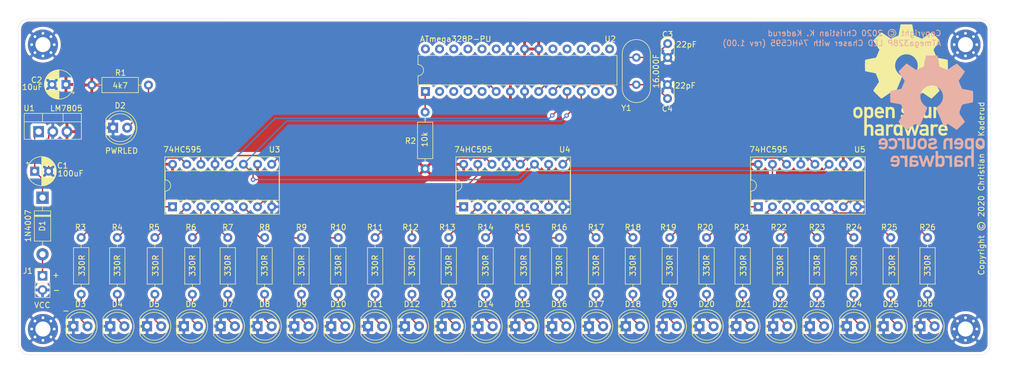
<source format=kicad_pcb>
(kicad_pcb (version 20171130) (host pcbnew 5.1.6-c6e7f7d~87~ubuntu20.04.1)
  (title_block (title "ATmega328P LED chaser with 74HC595") (date 2020-07-14) (rev 1.0) (company "CKLabs"))
  (layers (0 F.Cu signal) (31 B.Cu signal) (34 B.Paste user hide) (35 F.Paste user hide) (36 B.SilkS user) (37 F.SilkS user) (38 B.Mask user) (39 F.Mask user) (44 Edge.Cuts user))
  (net 0 "")
  (net 1 "Net-(C1-Pad1)")
  (net 2 GND)
  (net 3 +5V)
  (net 4 XTAL1)
  (net 5 XTAL2)
  (net 6 VCC)
  (net 7 "Net-(D3-Pad2)")
  (net 8 "Net-(D4-Pad2)")
  (net 9 "Net-(D5-Pad2)")
  (net 10 "Net-(D6-Pad2)")
  (net 11 "Net-(D7-Pad2)")
  (net 12 "Net-(D8-Pad2)")
  (net 13 "Net-(D9-Pad2)")
  (net 14 "Net-(D10-Pad2)")
  (net 15 "Net-(D11-Pad2)")
  (net 16 "Net-(D12-Pad2)")
  (net 17 "Net-(D13-Pad2)")
  (net 18 "Net-(D14-Pad2)")
  (net 19 "Net-(D15-Pad2)")
  (net 20 "Net-(D16-Pad2)")
  (net 21 "Net-(D17-Pad2)")
  (net 22 "Net-(D18-Pad2)")
  (net 23 "Net-(D19-Pad2)")
  (net 24 "Net-(D20-Pad2)")
  (net 25 "Net-(D21-Pad2)")
  (net 26 "Net-(D22-Pad2)")
  (net 27 "Net-(D23-Pad2)")
  (net 28 "Net-(D24-Pad2)")
  (net 29 "Net-(D25-Pad2)")
  (net 30 "Net-(D26-Pad2)")
  (net 31 LED01)
  (net 32 LED02)
  (net 33 LED03)
  (net 34 LED04)
  (net 35 LED05)
  (net 36 LED06)
  (net 37 LED07)
  (net 38 LED08)
  (net 39 LED09)
  (net 40 LED10)
  (net 41 LED11)
  (net 42 LED12)
  (net 43 LED13)
  (net 44 LED14)
  (net 45 LED15)
  (net 46 LED16)
  (net 47 LED17)
  (net 48 LED18)
  (net 49 LED19)
  (net 50 LED20)
  (net 51 LED21)
  (net 52 LED22)
  (net 53 LED23)
  (net 54 LED24)
  (net 55 "Net-(U2-Pad2)")
  (net 56 "Net-(U2-Pad3)")
  (net 57 "Net-(U2-Pad4)")
  (net 58 SER)
  (net 59 RCLK)
  (net 60 SRCLK)
  (net 61 "Net-(U2-Pad13)")
  (net 62 "Net-(U2-Pad27)")
  (net 63 "Net-(U2-Pad28)")
  (net 64 SEROUT1)
  (net 65 SEROUT2)
  (net 66 "Net-(U5-Pad9)")
  (net 67 "Net-(D2-Pad2)")
  (net 68 /RESET)
  (net 69 "Net-(U2-Pad15)")
  (net 70 "Net-(U2-Pad16)")
  (net 71 "Net-(U2-Pad17)")
  (net 72 "Net-(U2-Pad18)")
  (net 73 "Net-(U2-Pad5)")
  (net 74 "Net-(U2-Pad19)")
  (net 75 "Net-(U2-Pad23)")
  (net 76 "Net-(U2-Pad24)")
  (net 77 "Net-(U2-Pad25)")
  (net 78 "Net-(U2-Pad26)")
  (net 79 "Net-(U2-Pad14)")
  (module Symbol:OSHW-Logo_19x20mm_SilkScreen (layer B.Cu) (at 225.806 86.614 180)
    (fp_text reference REF** hide)
    (fp_text value OSHW-Logo_19x20mm_SilkScreen hide)
  )
  (module Symbol:OSHW-Logo_19x20mm_SilkScreen (layer F.Cu) (at 221.234 81.026)
    (fp_text reference REF** hide)
    (fp_text value OSHW-Logo_19x20mm_SilkScreen hide)
  )
  (module LED_THT:LED_D5.0mm (layer F.Cu) (at 184.15 125.182)
    (fp_text reference D20 (at 1.27 -3.96) (layer F.SilkS))
    (fp_text value LED)
    (pad 1 thru_hole rect (at 0 0) (size 1.8 1.8) (drill 0.9) (layers *.Cu *.Mask) (net 2 GND))
    (pad 2 thru_hole circle (at 2.54 0) (size 1.8 1.8) (drill 0.9) (layers *.Cu *.Mask) (net 24 "Net-(D20-Pad2)"))
  )
  (module Package_DIP:DIP-28_W7.62mm (layer F.Cu) (at 135.00354 83.0834 90)
    (fp_text reference U2 (at 9.4014 33.14446 180) (layer F.SilkS))
    (fp_text value ATmega328P-PU)
    (pad 1 thru_hole rect (at 0 0 90) (size 1.6 1.6) (drill 0.8) (layers *.Cu *.Mask) (net 68 /RESET))
    (pad 15 thru_hole oval (at 7.62 33.02 90) (size 1.6 1.6) (drill 0.8) (layers *.Cu *.Mask) (net 69 "Net-(U2-Pad15)"))
    (pad 2 thru_hole oval (at 0 2.54 90) (size 1.6 1.6) (drill 0.8) (layers *.Cu *.Mask) (net 55 "Net-(U2-Pad2)"))
    (pad 16 thru_hole oval (at 7.62 30.48 90) (size 1.6 1.6) (drill 0.8) (layers *.Cu *.Mask) (net 70 "Net-(U2-Pad16)"))
    (pad 3 thru_hole oval (at 0 5.08 90) (size 1.6 1.6) (drill 0.8) (layers *.Cu *.Mask) (net 56 "Net-(U2-Pad3)"))
    (pad 17 thru_hole oval (at 7.62 27.94 90) (size 1.6 1.6) (drill 0.8) (layers *.Cu *.Mask) (net 71 "Net-(U2-Pad17)"))
    (pad 4 thru_hole oval (at 0 7.62 90) (size 1.6 1.6) (drill 0.8) (layers *.Cu *.Mask) (net 57 "Net-(U2-Pad4)"))
    (pad 18 thru_hole oval (at 7.62 25.4 90) (size 1.6 1.6) (drill 0.8) (layers *.Cu *.Mask) (net 72 "Net-(U2-Pad18)"))
    (pad 5 thru_hole oval (at 0 10.16 90) (size 1.6 1.6) (drill 0.8) (layers *.Cu *.Mask) (net 73 "Net-(U2-Pad5)"))
    (pad 19 thru_hole oval (at 7.62 22.86 90) (size 1.6 1.6) (drill 0.8) (layers *.Cu *.Mask) (net 74 "Net-(U2-Pad19)"))
    (pad 6 thru_hole oval (at 0 12.7 90) (size 1.6 1.6) (drill 0.8) (layers *.Cu *.Mask) (net 58 SER))
    (pad 20 thru_hole oval (at 7.62 20.32 90) (size 1.6 1.6) (drill 0.8) (layers *.Cu *.Mask) (net 3 +5V))
    (pad 7 thru_hole oval (at 0 15.24 90) (size 1.6 1.6) (drill 0.8) (layers *.Cu *.Mask) (net 3 +5V))
    (pad 21 thru_hole oval (at 7.62 17.78 90) (size 1.6 1.6) (drill 0.8) (layers *.Cu *.Mask) (net 3 +5V))
    (pad 8 thru_hole oval (at 0 17.78 90) (size 1.6 1.6) (drill 0.8) (layers *.Cu *.Mask) (net 2 GND))
    (pad 22 thru_hole oval (at 7.62 15.24 90) (size 1.6 1.6) (drill 0.8) (layers *.Cu *.Mask) (net 2 GND))
    (pad 9 thru_hole oval (at 0 20.32 90) (size 1.6 1.6) (drill 0.8) (layers *.Cu *.Mask) (net 4 XTAL1))
    (pad 23 thru_hole oval (at 7.62 12.7 90) (size 1.6 1.6) (drill 0.8) (layers *.Cu *.Mask) (net 75 "Net-(U2-Pad23)"))
    (pad 10 thru_hole oval (at 0 22.86 90) (size 1.6 1.6) (drill 0.8) (layers *.Cu *.Mask) (net 5 XTAL2))
    (pad 24 thru_hole oval (at 7.62 10.16 90) (size 1.6 1.6) (drill 0.8) (layers *.Cu *.Mask) (net 76 "Net-(U2-Pad24)"))
    (pad 11 thru_hole oval (at 0 25.4 90) (size 1.6 1.6) (drill 0.8) (layers *.Cu *.Mask) (net 59 RCLK))
    (pad 25 thru_hole oval (at 7.62 7.62 90) (size 1.6 1.6) (drill 0.8) (layers *.Cu *.Mask) (net 77 "Net-(U2-Pad25)"))
    (pad 12 thru_hole oval (at 0 27.94 90) (size 1.6 1.6) (drill 0.8) (layers *.Cu *.Mask) (net 60 SRCLK))
    (pad 26 thru_hole oval (at 7.62 5.08 90) (size 1.6 1.6) (drill 0.8) (layers *.Cu *.Mask) (net 78 "Net-(U2-Pad26)"))
    (pad 13 thru_hole oval (at 0 30.48 90) (size 1.6 1.6) (drill 0.8) (layers *.Cu *.Mask) (net 61 "Net-(U2-Pad13)"))
    (pad 27 thru_hole oval (at 7.62 2.54 90) (size 1.6 1.6) (drill 0.8) (layers *.Cu *.Mask) (net 62 "Net-(U2-Pad27)"))
    (pad 14 thru_hole oval (at 0 33.02 90) (size 1.6 1.6) (drill 0.8) (layers *.Cu *.Mask) (net 79 "Net-(U2-Pad14)"))
    (pad 28 thru_hole oval (at 7.62 0 90) (size 1.6 1.6) (drill 0.8) (layers *.Cu *.Mask) (net 63 "Net-(U2-Pad28)"))
  )
  (module Resistor_THT:R_Axial_DIN0207_L6.3mm_D2.5mm_P10.16mm_Horizontal (layer F.Cu) (at 178.816 109.282 270)
    (fp_text reference R19 (at -1.84 0.254 180) (layer F.SilkS))
    (fp_text value 330R)
    (pad 1 thru_hole circle (at 0 0 270) (size 1.6 1.6) (drill 0.8) (layers *.Cu *.Mask) (net 47 LED17))
    (pad 2 thru_hole oval (at 10.16 0 270) (size 1.6 1.6) (drill 0.8) (layers *.Cu *.Mask) (net 23 "Net-(D19-Pad2)"))
  )
  (module Resistor_THT:R_Axial_DIN0207_L6.3mm_D2.5mm_P10.16mm_Horizontal (layer F.Cu) (at 99.568 109.282 270)
    (fp_text reference R7 (at -1.84 0 180) (layer F.SilkS))
    (fp_text value 330R)
    (pad 1 thru_hole circle (at 0 0 270) (size 1.6 1.6) (drill 0.8) (layers *.Cu *.Mask) (net 35 LED05))
    (pad 2 thru_hole oval (at 10.16 0 270) (size 1.6 1.6) (drill 0.8) (layers *.Cu *.Mask) (net 11 "Net-(D7-Pad2)"))
  )
  (module Capacitor_THT:C_Disc_D3.4mm_W2.1mm_P2.50mm (layer F.Cu) (at 178.446 77.007 90)
    (fp_text reference C3 (at 4.15 -0.025 180) (layer F.SilkS))
    (fp_text value 22pF)
    (pad 2 thru_hole circle (at 2.5 0 90) (size 1.6 1.6) (drill 0.8) (layers *.Cu *.Mask) (net 4 XTAL1))
    (pad 1 thru_hole circle (at 0 0 90) (size 1.6 1.6) (drill 0.8) (layers *.Cu *.Mask) (net 2 GND))
  )
  (module Capacitor_THT:CP_Radial_D5.0mm_P2.50mm (layer F.Cu) (at 64.946 97.382)
    (fp_text reference C1 (at 5 -1) (layer F.SilkS))
    (fp_text value 100uF)
    (pad 1 thru_hole rect (at 0 0) (size 1.6 1.6) (drill 0.8) (layers *.Cu *.Mask) (net 1 "Net-(C1-Pad1)"))
    (pad 2 thru_hole circle (at 2.5 0) (size 1.6 1.6) (drill 0.8) (layers *.Cu *.Mask) (net 2 GND))
  )
  (module Capacitor_THT:CP_Radial_D5.0mm_P2.50mm (layer F.Cu) (at 70.546 81.832 180)
    (fp_text reference C2 (at 5.268 0.806) (layer F.SilkS))
    (fp_text value 10uF)
    (pad 2 thru_hole circle (at 2.5 0 180) (size 1.6 1.6) (drill 0.8) (layers *.Cu *.Mask) (net 2 GND))
    (pad 1 thru_hole rect (at 0 0 180) (size 1.6 1.6) (drill 0.8) (layers *.Cu *.Mask) (net 3 +5V))
  )
  (module Capacitor_THT:C_Disc_D3.4mm_W2.1mm_P2.50mm (layer F.Cu) (at 178.421 84.357 90)
    (fp_text reference C4 (at -1.825 -0.05 180) (layer F.SilkS))
    (fp_text value 22pF)
    (pad 1 thru_hole circle (at 0 0 90) (size 1.6 1.6) (drill 0.8) (layers *.Cu *.Mask) (net 5 XTAL2))
    (pad 2 thru_hole circle (at 2.5 0 90) (size 1.6 1.6) (drill 0.8) (layers *.Cu *.Mask) (net 2 GND))
  )
  (module Diode_THT:D_DO-41_SOD81_P10.16mm_Horizontal (layer F.Cu) (at 66.346 102.122 270)
    (fp_text reference D1 (at 5.08 0.052 90) (layer F.SilkS))
    (fp_text value 1N4007)
    (pad 1 thru_hole rect (at 0 0 270) (size 2.2 2.2) (drill 1.1) (layers *.Cu *.Mask) (net 1 "Net-(C1-Pad1)"))
    (pad 2 thru_hole oval (at 10.16 0 270) (size 2.2 2.2) (drill 1.1) (layers *.Cu *.Mask) (net 6 VCC))
  )
  (module LED_THT:LED_D5.0mm (layer F.Cu) (at 71.882 125.182)
    (fp_text reference D3 (at 1.27 -3.96) (layer F.SilkS))
    (fp_text value LED)
    (pad 1 thru_hole rect (at 0 0) (size 1.8 1.8) (drill 0.9) (layers *.Cu *.Mask) (net 2 GND))
    (pad 2 thru_hole circle (at 2.54 0) (size 1.8 1.8) (drill 0.9) (layers *.Cu *.Mask) (net 7 "Net-(D3-Pad2)"))
  )
  (module LED_THT:LED_D5.0mm (layer F.Cu) (at 78.486 125.182)
    (fp_text reference D4 (at 1.27 -3.96) (layer F.SilkS))
    (fp_text value LED)
    (pad 1 thru_hole rect (at 0 0) (size 1.8 1.8) (drill 0.9) (layers *.Cu *.Mask) (net 2 GND))
    (pad 2 thru_hole circle (at 2.54 0) (size 1.8 1.8) (drill 0.9) (layers *.Cu *.Mask) (net 8 "Net-(D4-Pad2)"))
  )
  (module LED_THT:LED_D5.0mm (layer F.Cu) (at 85.09 125.182)
    (fp_text reference D5 (at 1.27 -3.96) (layer F.SilkS))
    (fp_text value LED)
    (pad 2 thru_hole circle (at 2.54 0) (size 1.8 1.8) (drill 0.9) (layers *.Cu *.Mask) (net 9 "Net-(D5-Pad2)"))
    (pad 1 thru_hole rect (at 0 0) (size 1.8 1.8) (drill 0.9) (layers *.Cu *.Mask) (net 2 GND))
  )
  (module LED_THT:LED_D5.0mm (layer F.Cu) (at 91.694 125.182)
    (fp_text reference D6 (at 1.27 -3.96) (layer F.SilkS))
    (fp_text value LED)
    (pad 1 thru_hole rect (at 0 0) (size 1.8 1.8) (drill 0.9) (layers *.Cu *.Mask) (net 2 GND))
    (pad 2 thru_hole circle (at 2.54 0) (size 1.8 1.8) (drill 0.9) (layers *.Cu *.Mask) (net 10 "Net-(D6-Pad2)"))
  )
  (module LED_THT:LED_D5.0mm (layer F.Cu) (at 98.298 125.182)
    (fp_text reference D7 (at 1.27 -3.96) (layer F.SilkS))
    (fp_text value LED)
    (pad 2 thru_hole circle (at 2.54 0) (size 1.8 1.8) (drill 0.9) (layers *.Cu *.Mask) (net 11 "Net-(D7-Pad2)"))
    (pad 1 thru_hole rect (at 0 0) (size 1.8 1.8) (drill 0.9) (layers *.Cu *.Mask) (net 2 GND))
  )
  (module LED_THT:LED_D5.0mm (layer F.Cu) (at 104.902 125.182)
    (fp_text reference D8 (at 1.27 -3.96) (layer F.SilkS))
    (fp_text value LED)
    (pad 1 thru_hole rect (at 0 0) (size 1.8 1.8) (drill 0.9) (layers *.Cu *.Mask) (net 2 GND))
    (pad 2 thru_hole circle (at 2.54 0) (size 1.8 1.8) (drill 0.9) (layers *.Cu *.Mask) (net 12 "Net-(D8-Pad2)"))
  )
  (module LED_THT:LED_D5.0mm (layer F.Cu) (at 111.506 125.182)
    (fp_text reference D9 (at 1.27 -3.96) (layer F.SilkS))
    (fp_text value LED)
    (pad 2 thru_hole circle (at 2.54 0) (size 1.8 1.8) (drill 0.9) (layers *.Cu *.Mask) (net 13 "Net-(D9-Pad2)"))
    (pad 1 thru_hole rect (at 0 0) (size 1.8 1.8) (drill 0.9) (layers *.Cu *.Mask) (net 2 GND))
  )
  (module LED_THT:LED_D5.0mm (layer F.Cu) (at 118.11 125.182)
    (fp_text reference D10 (at 1.27 -3.96) (layer F.SilkS))
    (fp_text value LED)
    (pad 1 thru_hole rect (at 0 0) (size 1.8 1.8) (drill 0.9) (layers *.Cu *.Mask) (net 2 GND))
    (pad 2 thru_hole circle (at 2.54 0) (size 1.8 1.8) (drill 0.9) (layers *.Cu *.Mask) (net 14 "Net-(D10-Pad2)"))
  )
  (module LED_THT:LED_D5.0mm (layer F.Cu) (at 124.714 125.182)
    (fp_text reference D11 (at 1.27 -3.96) (layer F.SilkS))
    (fp_text value LED)
    (pad 2 thru_hole circle (at 2.54 0) (size 1.8 1.8) (drill 0.9) (layers *.Cu *.Mask) (net 15 "Net-(D11-Pad2)"))
    (pad 1 thru_hole rect (at 0 0) (size 1.8 1.8) (drill 0.9) (layers *.Cu *.Mask) (net 2 GND))
  )
  (module LED_THT:LED_D5.0mm (layer F.Cu) (at 131.318 125.182)
    (fp_text reference D12 (at 1.27 -3.96) (layer F.SilkS))
    (fp_text value LED)
    (pad 1 thru_hole rect (at 0 0) (size 1.8 1.8) (drill 0.9) (layers *.Cu *.Mask) (net 2 GND))
    (pad 2 thru_hole circle (at 2.54 0) (size 1.8 1.8) (drill 0.9) (layers *.Cu *.Mask) (net 16 "Net-(D12-Pad2)"))
  )
  (module LED_THT:LED_D5.0mm (layer F.Cu) (at 137.922 125.182)
    (fp_text reference D13 (at 1.27 -3.96) (layer F.SilkS))
    (fp_text value LED)
    (pad 2 thru_hole circle (at 2.54 0) (size 1.8 1.8) (drill 0.9) (layers *.Cu *.Mask) (net 17 "Net-(D13-Pad2)"))
    (pad 1 thru_hole rect (at 0 0) (size 1.8 1.8) (drill 0.9) (layers *.Cu *.Mask) (net 2 GND))
  )
  (module LED_THT:LED_D5.0mm (layer F.Cu) (at 144.526 125.182)
    (fp_text reference D14 (at 1.27 -3.96) (layer F.SilkS))
    (fp_text value LED)
    (pad 1 thru_hole rect (at 0 0) (size 1.8 1.8) (drill 0.9) (layers *.Cu *.Mask) (net 2 GND))
    (pad 2 thru_hole circle (at 2.54 0) (size 1.8 1.8) (drill 0.9) (layers *.Cu *.Mask) (net 18 "Net-(D14-Pad2)"))
  )
  (module LED_THT:LED_D5.0mm (layer F.Cu) (at 151.13 125.182)
    (fp_text reference D15 (at 1.27 -3.96) (layer F.SilkS))
    (fp_text value LED)
    (pad 1 thru_hole rect (at 0 0) (size 1.8 1.8) (drill 0.9) (layers *.Cu *.Mask) (net 2 GND))
    (pad 2 thru_hole circle (at 2.54 0) (size 1.8 1.8) (drill 0.9) (layers *.Cu *.Mask) (net 19 "Net-(D15-Pad2)"))
  )
  (module LED_THT:LED_D5.0mm (layer F.Cu) (at 157.734 125.182)
    (fp_text reference D16 (at 1.27 -3.96) (layer F.SilkS))
    (fp_text value LED)
    (pad 2 thru_hole circle (at 2.54 0) (size 1.8 1.8) (drill 0.9) (layers *.Cu *.Mask) (net 20 "Net-(D16-Pad2)"))
    (pad 1 thru_hole rect (at 0 0) (size 1.8 1.8) (drill 0.9) (layers *.Cu *.Mask) (net 2 GND))
  )
  (module LED_THT:LED_D5.0mm (layer F.Cu) (at 164.338 125.182)
    (fp_text reference D17 (at 1.27 -3.96) (layer F.SilkS))
    (fp_text value LED)
    (pad 2 thru_hole circle (at 2.54 0) (size 1.8 1.8) (drill 0.9) (layers *.Cu *.Mask) (net 21 "Net-(D17-Pad2)"))
    (pad 1 thru_hole rect (at 0 0) (size 1.8 1.8) (drill 0.9) (layers *.Cu *.Mask) (net 2 GND))
  )
  (module LED_THT:LED_D5.0mm (layer F.Cu) (at 170.942 125.182)
    (fp_text reference D18 (at 1.27 -3.96) (layer F.SilkS))
    (fp_text value LED)
    (pad 1 thru_hole rect (at 0 0) (size 1.8 1.8) (drill 0.9) (layers *.Cu *.Mask) (net 2 GND))
    (pad 2 thru_hole circle (at 2.54 0) (size 1.8 1.8) (drill 0.9) (layers *.Cu *.Mask) (net 22 "Net-(D18-Pad2)"))
  )
  (module LED_THT:LED_D5.0mm (layer F.Cu) (at 177.546 125.182)
    (fp_text reference D19 (at 1.27 -3.96) (layer F.SilkS))
    (fp_text value LED)
    (pad 2 thru_hole circle (at 2.54 0) (size 1.8 1.8) (drill 0.9) (layers *.Cu *.Mask) (net 23 "Net-(D19-Pad2)"))
    (pad 1 thru_hole rect (at 0 0) (size 1.8 1.8) (drill 0.9) (layers *.Cu *.Mask) (net 2 GND))
  )
  (module LED_THT:LED_D5.0mm (layer F.Cu) (at 190.754 125.182)
    (fp_text reference D21 (at 1.27 -3.96) (layer F.SilkS))
    (fp_text value LED)
    (pad 2 thru_hole circle (at 2.54 0) (size 1.8 1.8) (drill 0.9) (layers *.Cu *.Mask) (net 25 "Net-(D21-Pad2)"))
    (pad 1 thru_hole rect (at 0 0) (size 1.8 1.8) (drill 0.9) (layers *.Cu *.Mask) (net 2 GND))
  )
  (module LED_THT:LED_D5.0mm (layer F.Cu) (at 197.358 125.182)
    (fp_text reference D22 (at 1.27 -3.96) (layer F.SilkS))
    (fp_text value LED)
    (pad 1 thru_hole rect (at 0 0) (size 1.8 1.8) (drill 0.9) (layers *.Cu *.Mask) (net 2 GND))
    (pad 2 thru_hole circle (at 2.54 0) (size 1.8 1.8) (drill 0.9) (layers *.Cu *.Mask) (net 26 "Net-(D22-Pad2)"))
  )
  (module LED_THT:LED_D5.0mm (layer F.Cu) (at 203.962 125.182)
    (fp_text reference D23 (at 1.27 -3.96) (layer F.SilkS))
    (fp_text value LED)
    (pad 1 thru_hole rect (at 0 0) (size 1.8 1.8) (drill 0.9) (layers *.Cu *.Mask) (net 2 GND))
    (pad 2 thru_hole circle (at 2.54 0) (size 1.8 1.8) (drill 0.9) (layers *.Cu *.Mask) (net 27 "Net-(D23-Pad2)"))
  )
  (module LED_THT:LED_D5.0mm (layer F.Cu) (at 210.566 125.182)
    (fp_text reference D24 (at 1.27 -3.96) (layer F.SilkS))
    (fp_text value LED)
    (pad 1 thru_hole rect (at 0 0) (size 1.8 1.8) (drill 0.9) (layers *.Cu *.Mask) (net 2 GND))
    (pad 2 thru_hole circle (at 2.54 0) (size 1.8 1.8) (drill 0.9) (layers *.Cu *.Mask) (net 28 "Net-(D24-Pad2)"))
  )
  (module LED_THT:LED_D5.0mm (layer F.Cu) (at 217.17 125.182)
    (fp_text reference D25 (at 1.27 -3.96) (layer F.SilkS))
    (fp_text value LED)
    (pad 2 thru_hole circle (at 2.54 0) (size 1.8 1.8) (drill 0.9) (layers *.Cu *.Mask) (net 29 "Net-(D25-Pad2)"))
    (pad 1 thru_hole rect (at 0 0) (size 1.8 1.8) (drill 0.9) (layers *.Cu *.Mask) (net 2 GND))
  )
  (module LED_THT:LED_D5.0mm (layer F.Cu) (at 223.774 125.182)
    (fp_text reference D26 (at 0.812 -4.03) (layer F.SilkS))
    (fp_text value LED)
    (pad 2 thru_hole circle (at 2.54 0) (size 1.8 1.8) (drill 0.9) (layers *.Cu *.Mask) (net 30 "Net-(D26-Pad2)"))
    (pad 1 thru_hole rect (at 0 0) (size 1.8 1.8) (drill 0.9) (layers *.Cu *.Mask) (net 2 GND))
  )
  (module MountingHole:MountingHole_2.7mm_M2.5_Pad_Via (layer F.Cu) (at 66.421 74.682)
    (fp_text reference H1)
    (fp_text value MountingHole_Pad)
    (pad 1 thru_hole circle (at 1.431891 -1.431891) (size 0.8 0.8) (drill 0.5) (layers *.Cu *.Mask) (net 2 GND))
    (pad 1 thru_hole circle (at 0 -2.025) (size 0.8 0.8) (drill 0.5) (layers *.Cu *.Mask) (net 2 GND))
    (pad 1 thru_hole circle (at -1.431891 -1.431891) (size 0.8 0.8) (drill 0.5) (layers *.Cu *.Mask) (net 2 GND))
    (pad 1 thru_hole circle (at -2.025 0) (size 0.8 0.8) (drill 0.5) (layers *.Cu *.Mask) (net 2 GND))
    (pad 1 thru_hole circle (at -1.431891 1.431891) (size 0.8 0.8) (drill 0.5) (layers *.Cu *.Mask) (net 2 GND))
    (pad 1 thru_hole circle (at 0 2.025) (size 0.8 0.8) (drill 0.5) (layers *.Cu *.Mask) (net 2 GND))
    (pad 1 thru_hole circle (at 1.431891 1.431891) (size 0.8 0.8) (drill 0.5) (layers *.Cu *.Mask) (net 2 GND))
    (pad 1 thru_hole circle (at 2.025 0) (size 0.8 0.8) (drill 0.5) (layers *.Cu *.Mask) (net 2 GND))
    (pad 1 thru_hole circle (at 0 0) (size 5.4 5.4) (drill 2.7) (layers *.Cu *.Mask) (net 2 GND))
  )
  (module MountingHole:MountingHole_2.7mm_M2.5_Pad_Via (layer F.Cu) (at 231.846 74.682)
    (fp_text reference H2)
    (fp_text value MountingHole_Pad)
    (pad 1 thru_hole circle (at 0 0) (size 5.4 5.4) (drill 2.7) (layers *.Cu *.Mask) (net 2 GND))
    (pad 1 thru_hole circle (at 2.025 0) (size 0.8 0.8) (drill 0.5) (layers *.Cu *.Mask) (net 2 GND))
    (pad 1 thru_hole circle (at 1.431891 1.431891) (size 0.8 0.8) (drill 0.5) (layers *.Cu *.Mask) (net 2 GND))
    (pad 1 thru_hole circle (at 0 2.025) (size 0.8 0.8) (drill 0.5) (layers *.Cu *.Mask) (net 2 GND))
    (pad 1 thru_hole circle (at -1.431891 1.431891) (size 0.8 0.8) (drill 0.5) (layers *.Cu *.Mask) (net 2 GND))
    (pad 1 thru_hole circle (at -2.025 0) (size 0.8 0.8) (drill 0.5) (layers *.Cu *.Mask) (net 2 GND))
    (pad 1 thru_hole circle (at -1.431891 -1.431891) (size 0.8 0.8) (drill 0.5) (layers *.Cu *.Mask) (net 2 GND))
    (pad 1 thru_hole circle (at 0 -2.025) (size 0.8 0.8) (drill 0.5) (layers *.Cu *.Mask) (net 2 GND))
    (pad 1 thru_hole circle (at 1.431891 -1.431891) (size 0.8 0.8) (drill 0.5) (layers *.Cu *.Mask) (net 2 GND))
  )
  (module MountingHole:MountingHole_2.7mm_M2.5_Pad_Via (layer F.Cu) (at 231.846 125.682)
    (fp_text reference H3)
    (fp_text value MountingHole_Pad)
    (pad 1 thru_hole circle (at 0 0) (size 5.4 5.4) (drill 2.7) (layers *.Cu *.Mask) (net 2 GND))
    (pad 1 thru_hole circle (at 2.025 0) (size 0.8 0.8) (drill 0.5) (layers *.Cu *.Mask) (net 2 GND))
    (pad 1 thru_hole circle (at 1.431891 1.431891) (size 0.8 0.8) (drill 0.5) (layers *.Cu *.Mask) (net 2 GND))
    (pad 1 thru_hole circle (at 0 2.025) (size 0.8 0.8) (drill 0.5) (layers *.Cu *.Mask) (net 2 GND))
    (pad 1 thru_hole circle (at -1.431891 1.431891) (size 0.8 0.8) (drill 0.5) (layers *.Cu *.Mask) (net 2 GND))
    (pad 1 thru_hole circle (at -2.025 0) (size 0.8 0.8) (drill 0.5) (layers *.Cu *.Mask) (net 2 GND))
    (pad 1 thru_hole circle (at -1.431891 -1.431891) (size 0.8 0.8) (drill 0.5) (layers *.Cu *.Mask) (net 2 GND))
    (pad 1 thru_hole circle (at 0 -2.025) (size 0.8 0.8) (drill 0.5) (layers *.Cu *.Mask) (net 2 GND))
    (pad 1 thru_hole circle (at 1.431891 -1.431891) (size 0.8 0.8) (drill 0.5) (layers *.Cu *.Mask) (net 2 GND))
  )
  (module MountingHole:MountingHole_2.7mm_M2.5_Pad_Via (layer F.Cu) (at 66.421 125.682)
    (fp_text reference H4)
    (fp_text value MountingHole_Pad)
    (pad 1 thru_hole circle (at 1.431891 -1.431891) (size 0.8 0.8) (drill 0.5) (layers *.Cu *.Mask) (net 2 GND))
    (pad 1 thru_hole circle (at 0 -2.025) (size 0.8 0.8) (drill 0.5) (layers *.Cu *.Mask) (net 2 GND))
    (pad 1 thru_hole circle (at -1.431891 -1.431891) (size 0.8 0.8) (drill 0.5) (layers *.Cu *.Mask) (net 2 GND))
    (pad 1 thru_hole circle (at -2.025 0) (size 0.8 0.8) (drill 0.5) (layers *.Cu *.Mask) (net 2 GND))
    (pad 1 thru_hole circle (at -1.431891 1.431891) (size 0.8 0.8) (drill 0.5) (layers *.Cu *.Mask) (net 2 GND))
    (pad 1 thru_hole circle (at 0 2.025) (size 0.8 0.8) (drill 0.5) (layers *.Cu *.Mask) (net 2 GND))
    (pad 1 thru_hole circle (at 1.431891 1.431891) (size 0.8 0.8) (drill 0.5) (layers *.Cu *.Mask) (net 2 GND))
    (pad 1 thru_hole circle (at 2.025 0) (size 0.8 0.8) (drill 0.5) (layers *.Cu *.Mask) (net 2 GND))
    (pad 1 thru_hole circle (at 0 0) (size 5.4 5.4) (drill 2.7) (layers *.Cu *.Mask) (net 2 GND))
  )
  (module Connector_PinHeader_2.54mm:PinHeader_1x02_P2.54mm_Vertical (layer F.Cu) (at 66.346 116.142)
    (fp_text reference J1 (at -2.6416 -0.889) (layer F.SilkS))
    (fp_text value VCC)
    (pad 1 thru_hole rect (at 0 0) (size 1.7 1.7) (drill 1) (layers *.Cu *.Mask) (net 6 VCC))
    (pad 2 thru_hole oval (at 0 2.54) (size 1.7 1.7) (drill 1) (layers *.Cu *.Mask) (net 2 GND))
  )
  (module Package_TO_SOT_THT:TO-220-3_Vertical (layer F.Cu) (at 65.646 90.282)
    (fp_text reference U1 (at -1.7 -4.2) (layer F.SilkS))
    (fp_text value LM7805)
    (pad 1 thru_hole rect (at 0 0) (size 1.905 2) (drill 1.1) (layers *.Cu *.Mask) (net 1 "Net-(C1-Pad1)"))
    (pad 2 thru_hole oval (at 2.54 0) (size 1.905 2) (drill 1.1) (layers *.Cu *.Mask) (net 2 GND))
    (pad 3 thru_hole oval (at 5.08 0) (size 1.905 2) (drill 1.1) (layers *.Cu *.Mask) (net 3 +5V))
  )
  (module Package_DIP:DIP-16_W7.62mm_Socket (layer F.Cu) (at 89.662 103.759 90)
    (fp_text reference U3)
    (fp_text value 74HC595)
    (pad 1 thru_hole rect (at 0 0 90) (size 1.6 1.6) (drill 0.8) (layers *.Cu *.Mask) (net 32 LED02))
    (pad 9 thru_hole oval (at 7.62 17.78 90) (size 1.6 1.6) (drill 0.8) (layers *.Cu *.Mask) (net 64 SEROUT1))
    (pad 2 thru_hole oval (at 0 2.54 90) (size 1.6 1.6) (drill 0.8) (layers *.Cu *.Mask) (net 33 LED03))
    (pad 10 thru_hole oval (at 7.62 15.24 90) (size 1.6 1.6) (drill 0.8) (layers *.Cu *.Mask) (net 3 +5V))
    (pad 3 thru_hole oval (at 0 5.08 90) (size 1.6 1.6) (drill 0.8) (layers *.Cu *.Mask) (net 34 LED04))
    (pad 11 thru_hole oval (at 7.62 12.7 90) (size 1.6 1.6) (drill 0.8) (layers *.Cu *.Mask) (net 60 SRCLK))
    (pad 4 thru_hole oval (at 0 7.62 90) (size 1.6 1.6) (drill 0.8) (layers *.Cu *.Mask) (net 35 LED05))
    (pad 12 thru_hole oval (at 7.62 10.16 90) (size 1.6 1.6) (drill 0.8) (layers *.Cu *.Mask) (net 59 RCLK))
    (pad 5 thru_hole oval (at 0 10.16 90) (size 1.6 1.6) (drill 0.8) (layers *.Cu *.Mask) (net 36 LED06))
    (pad 13 thru_hole oval (at 7.62 7.62 90) (size 1.6 1.6) (drill 0.8) (layers *.Cu *.Mask) (net 2 GND))
    (pad 6 thru_hole oval (at 0 12.7 90) (size 1.6 1.6) (drill 0.8) (layers *.Cu *.Mask) (net 37 LED07))
    (pad 14 thru_hole oval (at 7.62 5.08 90) (size 1.6 1.6) (drill 0.8) (layers *.Cu *.Mask) (net 58 SER))
    (pad 7 thru_hole oval (at 0 15.24 90) (size 1.6 1.6) (drill 0.8) (layers *.Cu *.Mask) (net 38 LED08))
    (pad 15 thru_hole oval (at 7.62 2.54 90) (size 1.6 1.6) (drill 0.8) (layers *.Cu *.Mask) (net 31 LED01))
    (pad 8 thru_hole oval (at 0 17.78 90) (size 1.6 1.6) (drill 0.8) (layers *.Cu *.Mask) (net 2 GND))
    (pad 16 thru_hole oval (at 7.62 0 90) (size 1.6 1.6) (drill 0.8) (layers *.Cu *.Mask) (net 3 +5V))
  )
  (module Package_DIP:DIP-16_W7.62mm_Socket (layer F.Cu) (at 141.859 103.759 90)
    (fp_text reference U4)
    (fp_text value 74HC595)
    (pad 1 thru_hole rect (at 0 0 90) (size 1.6 1.6) (drill 0.8) (layers *.Cu *.Mask) (net 40 LED10))
    (pad 9 thru_hole oval (at 7.62 17.78 90) (size 1.6 1.6) (drill 0.8) (layers *.Cu *.Mask) (net 65 SEROUT2))
    (pad 2 thru_hole oval (at 0 2.54 90) (size 1.6 1.6) (drill 0.8) (layers *.Cu *.Mask) (net 41 LED11))
    (pad 10 thru_hole oval (at 7.62 15.24 90) (size 1.6 1.6) (drill 0.8) (layers *.Cu *.Mask) (net 3 +5V))
    (pad 3 thru_hole oval (at 0 5.08 90) (size 1.6 1.6) (drill 0.8) (layers *.Cu *.Mask) (net 42 LED12))
    (pad 11 thru_hole oval (at 7.62 12.7 90) (size 1.6 1.6) (drill 0.8) (layers *.Cu *.Mask) (net 60 SRCLK))
    (pad 4 thru_hole oval (at 0 7.62 90) (size 1.6 1.6) (drill 0.8) (layers *.Cu *.Mask) (net 43 LED13))
    (pad 12 thru_hole oval (at 7.62 10.16 90) (size 1.6 1.6) (drill 0.8) (layers *.Cu *.Mask) (net 59 RCLK))
    (pad 5 thru_hole oval (at 0 10.16 90) (size 1.6 1.6) (drill 0.8) (layers *.Cu *.Mask) (net 44 LED14))
    (pad 13 thru_hole oval (at 7.62 7.62 90) (size 1.6 1.6) (drill 0.8) (layers *.Cu *.Mask) (net 2 GND))
    (pad 6 thru_hole oval (at 0 12.7 90) (size 1.6 1.6) (drill 0.8) (layers *.Cu *.Mask) (net 45 LED15))
    (pad 14 thru_hole oval (at 7.62 5.08 90) (size 1.6 1.6) (drill 0.8) (layers *.Cu *.Mask) (net 64 SEROUT1))
    (pad 7 thru_hole oval (at 0 15.24 90) (size 1.6 1.6) (drill 0.8) (layers *.Cu *.Mask) (net 46 LED16))
    (pad 15 thru_hole oval (at 7.62 2.54 90) (size 1.6 1.6) (drill 0.8) (layers *.Cu *.Mask) (net 39 LED09))
    (pad 8 thru_hole oval (at 0 17.78 90) (size 1.6 1.6) (drill 0.8) (layers *.Cu *.Mask) (net 2 GND))
    (pad 16 thru_hole oval (at 7.62 0 90) (size 1.6 1.6) (drill 0.8) (layers *.Cu *.Mask) (net 3 +5V))
  )
  (module Package_DIP:DIP-16_W7.62mm_Socket (layer F.Cu) (at 194.691 103.759 90)
    (fp_text reference U5)
    (fp_text value 74HC595)
    (pad 16 thru_hole oval (at 7.62 0 90) (size 1.6 1.6) (drill 0.8) (layers *.Cu *.Mask) (net 3 +5V))
    (pad 8 thru_hole oval (at 0 17.78 90) (size 1.6 1.6) (drill 0.8) (layers *.Cu *.Mask) (net 2 GND))
    (pad 15 thru_hole oval (at 7.62 2.54 90) (size 1.6 1.6) (drill 0.8) (layers *.Cu *.Mask) (net 47 LED17))
    (pad 7 thru_hole oval (at 0 15.24 90) (size 1.6 1.6) (drill 0.8) (layers *.Cu *.Mask) (net 54 LED24))
    (pad 14 thru_hole oval (at 7.62 5.08 90) (size 1.6 1.6) (drill 0.8) (layers *.Cu *.Mask) (net 65 SEROUT2))
    (pad 6 thru_hole oval (at 0 12.7 90) (size 1.6 1.6) (drill 0.8) (layers *.Cu *.Mask) (net 53 LED23))
    (pad 13 thru_hole oval (at 7.62 7.62 90) (size 1.6 1.6) (drill 0.8) (layers *.Cu *.Mask) (net 2 GND))
    (pad 5 thru_hole oval (at 0 10.16 90) (size 1.6 1.6) (drill 0.8) (layers *.Cu *.Mask) (net 52 LED22))
    (pad 12 thru_hole oval (at 7.62 10.16 90) (size 1.6 1.6) (drill 0.8) (layers *.Cu *.Mask) (net 59 RCLK))
    (pad 4 thru_hole oval (at 0 7.62 90) (size 1.6 1.6) (drill 0.8) (layers *.Cu *.Mask) (net 51 LED21))
    (pad 11 thru_hole oval (at 7.62 12.7 90) (size 1.6 1.6) (drill 0.8) (layers *.Cu *.Mask) (net 60 SRCLK))
    (pad 3 thru_hole oval (at 0 5.08 90) (size 1.6 1.6) (drill 0.8) (layers *.Cu *.Mask) (net 50 LED20))
    (pad 10 thru_hole oval (at 7.62 15.24 90) (size 1.6 1.6) (drill 0.8) (layers *.Cu *.Mask) (net 3 +5V))
    (pad 2 thru_hole oval (at 0 2.54 90) (size 1.6 1.6) (drill 0.8) (layers *.Cu *.Mask) (net 49 LED19))
    (pad 9 thru_hole oval (at 7.62 17.78 90) (size 1.6 1.6) (drill 0.8) (layers *.Cu *.Mask) (net 66 "Net-(U5-Pad9)"))
    (pad 1 thru_hole rect (at 0 0 90) (size 1.6 1.6) (drill 0.8) (layers *.Cu *.Mask) (net 48 LED18))
  )
  (module Resistor_THT:R_Axial_DIN0207_L6.3mm_D2.5mm_P10.16mm_Horizontal (layer F.Cu) (at 85.3411 81.92906 180)
    (fp_text reference R1 (at 4.9951 2.19706) (layer F.SilkS))
    (fp_text value 4k7)
    (pad 1 thru_hole circle (at 0 0 180) (size 1.6 1.6) (drill 0.8) (layers *.Cu *.Mask) (net 67 "Net-(D2-Pad2)"))
    (pad 2 thru_hole oval (at 10.16 0 180) (size 1.6 1.6) (drill 0.8) (layers *.Cu *.Mask) (net 3 +5V))
  )
  (module Resistor_THT:R_Axial_DIN0207_L6.3mm_D2.5mm_P10.16mm_Horizontal (layer F.Cu) (at 134.95528 96.94418 90)
    (fp_text reference R2 (at 4.99618 -2.62128 180) (layer F.SilkS))
    (fp_text value 10k)
    (pad 1 thru_hole circle (at 0 0 90) (size 1.6 1.6) (drill 0.8) (layers *.Cu *.Mask) (net 3 +5V))
    (pad 2 thru_hole oval (at 10.16 0 90) (size 1.6 1.6) (drill 0.8) (layers *.Cu *.Mask) (net 68 /RESET))
  )
  (module Resistor_THT:R_Axial_DIN0207_L6.3mm_D2.5mm_P10.16mm_Horizontal (layer F.Cu) (at 73.279 109.282 270)
    (fp_text reference R3 (at -1.84 0.127 180) (layer F.SilkS))
    (fp_text value 330R)
    (pad 1 thru_hole circle (at 0 0 270) (size 1.6 1.6) (drill 0.8) (layers *.Cu *.Mask) (net 31 LED01))
    (pad 2 thru_hole oval (at 10.16 0 270) (size 1.6 1.6) (drill 0.8) (layers *.Cu *.Mask) (net 7 "Net-(D3-Pad2)"))
  )
  (module Resistor_THT:R_Axial_DIN0207_L6.3mm_D2.5mm_P10.16mm_Horizontal (layer F.Cu) (at 79.756 109.282 270)
    (fp_text reference R4 (at -1.84 0 180) (layer F.SilkS))
    (fp_text value 330R)
    (pad 2 thru_hole oval (at 10.16 0 270) (size 1.6 1.6) (drill 0.8) (layers *.Cu *.Mask) (net 8 "Net-(D4-Pad2)"))
    (pad 1 thru_hole circle (at 0 0 270) (size 1.6 1.6) (drill 0.8) (layers *.Cu *.Mask) (net 32 LED02))
  )
  (module Resistor_THT:R_Axial_DIN0207_L6.3mm_D2.5mm_P10.16mm_Horizontal (layer F.Cu) (at 86.487 109.282 270)
    (fp_text reference R5 (at -1.84 0.127 180) (layer F.SilkS))
    (fp_text value 330R)
    (pad 1 thru_hole circle (at 0 0 270) (size 1.6 1.6) (drill 0.8) (layers *.Cu *.Mask) (net 33 LED03))
    (pad 2 thru_hole oval (at 10.16 0 270) (size 1.6 1.6) (drill 0.8) (layers *.Cu *.Mask) (net 9 "Net-(D5-Pad2)"))
  )
  (module Resistor_THT:R_Axial_DIN0207_L6.3mm_D2.5mm_P10.16mm_Horizontal (layer F.Cu) (at 93.218 109.282 270)
    (fp_text reference R6 (at -1.84 0.254 180) (layer F.SilkS))
    (fp_text value 330R)
    (pad 1 thru_hole circle (at 0 0 270) (size 1.6 1.6) (drill 0.8) (layers *.Cu *.Mask) (net 34 LED04))
    (pad 2 thru_hole oval (at 10.16 0 270) (size 1.6 1.6) (drill 0.8) (layers *.Cu *.Mask) (net 10 "Net-(D6-Pad2)"))
  )
  (module Resistor_THT:R_Axial_DIN0207_L6.3mm_D2.5mm_P10.16mm_Horizontal (layer F.Cu) (at 106.172 109.282 270)
    (fp_text reference R8 (at -1.84 0 180) (layer F.SilkS))
    (fp_text value 330R)
    (pad 2 thru_hole oval (at 10.16 0 270) (size 1.6 1.6) (drill 0.8) (layers *.Cu *.Mask) (net 12 "Net-(D8-Pad2)"))
    (pad 1 thru_hole circle (at 0 0 270) (size 1.6 1.6) (drill 0.8) (layers *.Cu *.Mask) (net 36 LED06))
  )
  (module Resistor_THT:R_Axial_DIN0207_L6.3mm_D2.5mm_P10.16mm_Horizontal (layer F.Cu) (at 112.776 109.282 270)
    (fp_text reference R9 (at -1.84 0 180) (layer F.SilkS))
    (fp_text value 330R)
    (pad 2 thru_hole oval (at 10.16 0 270) (size 1.6 1.6) (drill 0.8) (layers *.Cu *.Mask) (net 13 "Net-(D9-Pad2)"))
    (pad 1 thru_hole circle (at 0 0 270) (size 1.6 1.6) (drill 0.8) (layers *.Cu *.Mask) (net 37 LED07))
  )
  (module Resistor_THT:R_Axial_DIN0207_L6.3mm_D2.5mm_P10.16mm_Horizontal (layer F.Cu) (at 119.38 109.282 270)
    (fp_text reference R10 (at -1.84 0 180) (layer F.SilkS))
    (fp_text value 330R)
    (pad 2 thru_hole oval (at 10.16 0 270) (size 1.6 1.6) (drill 0.8) (layers *.Cu *.Mask) (net 14 "Net-(D10-Pad2)"))
    (pad 1 thru_hole circle (at 0 0 270) (size 1.6 1.6) (drill 0.8) (layers *.Cu *.Mask) (net 38 LED08))
  )
  (module Resistor_THT:R_Axial_DIN0207_L6.3mm_D2.5mm_P10.16mm_Horizontal (layer F.Cu) (at 125.984 109.282 270)
    (fp_text reference R11 (at -1.84 0 180) (layer F.SilkS))
    (fp_text value 330R)
    (pad 2 thru_hole oval (at 10.16 0 270) (size 1.6 1.6) (drill 0.8) (layers *.Cu *.Mask) (net 15 "Net-(D11-Pad2)"))
    (pad 1 thru_hole circle (at 0 0 270) (size 1.6 1.6) (drill 0.8) (layers *.Cu *.Mask) (net 39 LED09))
  )
  (module Resistor_THT:R_Axial_DIN0207_L6.3mm_D2.5mm_P10.16mm_Horizontal (layer F.Cu) (at 132.588 109.282 270)
    (fp_text reference R12 (at -1.84 0.254 180) (layer F.SilkS))
    (fp_text value 330R)
    (pad 2 thru_hole oval (at 10.16 0 270) (size 1.6 1.6) (drill 0.8) (layers *.Cu *.Mask) (net 16 "Net-(D12-Pad2)"))
    (pad 1 thru_hole circle (at 0 0 270) (size 1.6 1.6) (drill 0.8) (layers *.Cu *.Mask) (net 40 LED10))
  )
  (module Resistor_THT:R_Axial_DIN0207_L6.3mm_D2.5mm_P10.16mm_Horizontal (layer F.Cu) (at 139.192 109.282 270)
    (fp_text reference R13 (at -1.84 0.254 180) (layer F.SilkS))
    (fp_text value 330R)
    (pad 1 thru_hole circle (at 0 0 270) (size 1.6 1.6) (drill 0.8) (layers *.Cu *.Mask) (net 41 LED11))
    (pad 2 thru_hole oval (at 10.16 0 270) (size 1.6 1.6) (drill 0.8) (layers *.Cu *.Mask) (net 17 "Net-(D13-Pad2)"))
  )
  (module Resistor_THT:R_Axial_DIN0207_L6.3mm_D2.5mm_P10.16mm_Horizontal (layer F.Cu) (at 145.796 109.282 270)
    (fp_text reference R14 (at -1.84 0 180) (layer F.SilkS))
    (fp_text value 330R)
    (pad 1 thru_hole circle (at 0 0 270) (size 1.6 1.6) (drill 0.8) (layers *.Cu *.Mask) (net 42 LED12))
    (pad 2 thru_hole oval (at 10.16 0 270) (size 1.6 1.6) (drill 0.8) (layers *.Cu *.Mask) (net 18 "Net-(D14-Pad2)"))
  )
  (module Resistor_THT:R_Axial_DIN0207_L6.3mm_D2.5mm_P10.16mm_Horizontal (layer F.Cu) (at 152.4 109.282 270)
    (fp_text reference R15 (at -1.84 0 180) (layer F.SilkS))
    (fp_text value 330R)
    (pad 2 thru_hole oval (at 10.16 0 270) (size 1.6 1.6) (drill 0.8) (layers *.Cu *.Mask) (net 19 "Net-(D15-Pad2)"))
    (pad 1 thru_hole circle (at 0 0 270) (size 1.6 1.6) (drill 0.8) (layers *.Cu *.Mask) (net 43 LED13))
  )
  (module Resistor_THT:R_Axial_DIN0207_L6.3mm_D2.5mm_P10.16mm_Horizontal (layer F.Cu) (at 159.004 109.282 270)
    (fp_text reference R16 (at -1.84 0 180) (layer F.SilkS))
    (fp_text value 330R)
    (pad 2 thru_hole oval (at 10.16 0 270) (size 1.6 1.6) (drill 0.8) (layers *.Cu *.Mask) (net 20 "Net-(D16-Pad2)"))
    (pad 1 thru_hole circle (at 0 0 270) (size 1.6 1.6) (drill 0.8) (layers *.Cu *.Mask) (net 44 LED14))
  )
  (module Resistor_THT:R_Axial_DIN0207_L6.3mm_D2.5mm_P10.16mm_Horizontal (layer F.Cu) (at 165.608 109.282 270)
    (fp_text reference R17 (at -1.84 0 180) (layer F.SilkS))
    (fp_text value 330R)
    (pad 1 thru_hole circle (at 0 0 270) (size 1.6 1.6) (drill 0.8) (layers *.Cu *.Mask) (net 45 LED15))
    (pad 2 thru_hole oval (at 10.16 0 270) (size 1.6 1.6) (drill 0.8) (layers *.Cu *.Mask) (net 21 "Net-(D17-Pad2)"))
  )
  (module Resistor_THT:R_Axial_DIN0207_L6.3mm_D2.5mm_P10.16mm_Horizontal (layer F.Cu) (at 172.212 109.282 270)
    (fp_text reference R18 (at -1.84 0 180) (layer F.SilkS))
    (fp_text value 330R)
    (pad 2 thru_hole oval (at 10.16 0 270) (size 1.6 1.6) (drill 0.8) (layers *.Cu *.Mask) (net 22 "Net-(D18-Pad2)"))
    (pad 1 thru_hole circle (at 0 0 270) (size 1.6 1.6) (drill 0.8) (layers *.Cu *.Mask) (net 46 LED16))
  )
  (module Resistor_THT:R_Axial_DIN0207_L6.3mm_D2.5mm_P10.16mm_Horizontal (layer F.Cu) (at 185.42 109.282 270)
    (fp_text reference R20 (at -1.84 0.254 180) (layer F.SilkS))
    (fp_text value 330R)
    (pad 2 thru_hole oval (at 10.16 0 270) (size 1.6 1.6) (drill 0.8) (layers *.Cu *.Mask) (net 24 "Net-(D20-Pad2)"))
    (pad 1 thru_hole circle (at 0 0 270) (size 1.6 1.6) (drill 0.8) (layers *.Cu *.Mask) (net 48 LED18))
  )
  (module Resistor_THT:R_Axial_DIN0207_L6.3mm_D2.5mm_P10.16mm_Horizontal (layer F.Cu) (at 191.897 109.282 270)
    (fp_text reference R21 (at -1.84 0.127 180) (layer F.SilkS))
    (fp_text value 330R)
    (pad 2 thru_hole oval (at 10.16 0 270) (size 1.6 1.6) (drill 0.8) (layers *.Cu *.Mask) (net 25 "Net-(D21-Pad2)"))
    (pad 1 thru_hole circle (at 0 0 270) (size 1.6 1.6) (drill 0.8) (layers *.Cu *.Mask) (net 49 LED19))
  )
  (module Resistor_THT:R_Axial_DIN0207_L6.3mm_D2.5mm_P10.16mm_Horizontal (layer F.Cu) (at 198.628 109.282 270)
    (fp_text reference R22 (at -1.84 0.254 180) (layer F.SilkS))
    (fp_text value 330R)
    (pad 1 thru_hole circle (at 0 0 270) (size 1.6 1.6) (drill 0.8) (layers *.Cu *.Mask) (net 50 LED20))
    (pad 2 thru_hole oval (at 10.16 0 270) (size 1.6 1.6) (drill 0.8) (layers *.Cu *.Mask) (net 26 "Net-(D22-Pad2)"))
  )
  (module Resistor_THT:R_Axial_DIN0207_L6.3mm_D2.5mm_P10.16mm_Horizontal (layer F.Cu) (at 205.232 109.282 270)
    (fp_text reference R23 (at -1.84 0 180) (layer F.SilkS))
    (fp_text value 330R)
    (pad 1 thru_hole circle (at 0 0 270) (size 1.6 1.6) (drill 0.8) (layers *.Cu *.Mask) (net 51 LED21))
    (pad 2 thru_hole oval (at 10.16 0 270) (size 1.6 1.6) (drill 0.8) (layers *.Cu *.Mask) (net 27 "Net-(D23-Pad2)"))
  )
  (module Resistor_THT:R_Axial_DIN0207_L6.3mm_D2.5mm_P10.16mm_Horizontal (layer F.Cu) (at 211.836 109.282 270)
    (fp_text reference R24 (at -1.84 0 180) (layer F.SilkS))
    (fp_text value 330R)
    (pad 1 thru_hole circle (at 0 0 270) (size 1.6 1.6) (drill 0.8) (layers *.Cu *.Mask) (net 52 LED22))
    (pad 2 thru_hole oval (at 10.16 0 270) (size 1.6 1.6) (drill 0.8) (layers *.Cu *.Mask) (net 28 "Net-(D24-Pad2)"))
  )
  (module Resistor_THT:R_Axial_DIN0207_L6.3mm_D2.5mm_P10.16mm_Horizontal (layer F.Cu) (at 218.44 109.282 270)
    (fp_text reference R25 (at -1.84 0.254 180) (layer F.SilkS))
    (fp_text value 330R)
    (pad 2 thru_hole oval (at 10.16 0 270) (size 1.6 1.6) (drill 0.8) (layers *.Cu *.Mask) (net 29 "Net-(D25-Pad2)"))
    (pad 1 thru_hole circle (at 0 0 270) (size 1.6 1.6) (drill 0.8) (layers *.Cu *.Mask) (net 53 LED23))
  )
  (module Resistor_THT:R_Axial_DIN0207_L6.3mm_D2.5mm_P10.16mm_Horizontal (layer F.Cu) (at 225.044 109.282 270)
    (fp_text reference R26 (at -1.84 0 180) (layer F.SilkS))
    (fp_text value 330R)
    (pad 2 thru_hole oval (at 10.16 0 270) (size 1.6 1.6) (drill 0.8) (layers *.Cu *.Mask) (net 30 "Net-(D26-Pad2)"))
    (pad 1 thru_hole circle (at 0 0 270) (size 1.6 1.6) (drill 0.8) (layers *.Cu *.Mask) (net 54 LED24))
  )
  (module LED_THT:LED_D5.0mm (layer F.Cu) (at 78.996 89.582)
    (fp_text reference D2 (at 1.27 -3.96) (layer F.SilkS))
    (fp_text value LED)
    (pad 1 thru_hole rect (at 0 0) (size 1.8 1.8) (drill 0.9) (layers *.Cu *.Mask) (net 2 GND))
    (pad 2 thru_hole circle (at 2.54 0) (size 1.8 1.8) (drill 0.9) (layers *.Cu *.Mask) (net 67 "Net-(D2-Pad2)"))
  )
  (module Crystal:Crystal_HC49-U_Vertical (layer F.Cu) (at 172.821 76.982 270)
    (fp_text reference Y1 (at 9.06732 1.78746 180) (layer F.SilkS))
    (fp_text value 16.000F)
    (pad 1 thru_hole circle (at 0 0 270) (size 1.5 1.5) (drill 0.8) (layers *.Cu *.Mask) (net 4 XTAL1))
    (pad 2 thru_hole circle (at 4.88 0 270) (size 1.5 1.5) (drill 0.8) (layers *.Cu *.Mask) (net 5 XTAL2))
  )
  (gr_text "Copyright © 2020 Christian K. Kaderud" (at 234.696 84.836 90) (layer F.SilkS) (effects (font (size 1.016 1.016) (thickness 0.1524)) (justify right)))
  (gr_text " ATmega328P LED Chaser with 74HC595 (rev 1.00)" (at 228.346 74.422) (layer B.SilkS) (effects (font (size 1.016 1.016) (thickness 0.1524)) (justify left mirror)))
  (gr_text "Copyright © 2020 Christian K. Kaderud" (at 196.27 72.644) (layer B.SilkS) (effects (font (size 1.016 1.016) (thickness 0.1524)) (justify right mirror)))
  (gr_text 330R (at 225.044 114.3 90) (layer F.SilkS) (effects (font (size 1 1) (thickness 0.1524))))
  (gr_text 330R (at 218.694 114.3 90) (layer F.SilkS) (effects (font (size 1 1) (thickness 0.1524))))
  (gr_text 330R (at 211.836 114.3 90) (layer F.SilkS) (effects (font (size 1 1) (thickness 0.1524))))
  (gr_text 330R (at 205.232 114.3 90) (layer F.SilkS) (effects (font (size 1 1) (thickness 0.1524))))
  (gr_text 330R (at 198.628 114.3 90) (layer F.SilkS) (effects (font (size 1 1) (thickness 0.1524))))
  (gr_text 330R (at 192.024 114.3 90) (layer F.SilkS) (effects (font (size 1 1) (thickness 0.1524))))
  (gr_text 330R (at 185.42 114.3 90) (layer F.SilkS) (effects (font (size 1 1) (thickness 0.1524))))
  (gr_text 330R (at 178.816 114.3 90) (layer F.SilkS) (effects (font (size 1 1) (thickness 0.1524))))
  (gr_text 330R (at 172.212 114.3 90) (layer F.SilkS) (effects (font (size 1 1) (thickness 0.1524))))
  (gr_text 330R (at 165.608 114.3 90) (layer F.SilkS) (effects (font (size 1 1) (thickness 0.1524))))
  (gr_text 330R (at 159.004 114.3 90) (layer F.SilkS) (effects (font (size 1 1) (thickness 0.1524))))
  (gr_text 330R (at 152.654 114.3 90) (layer F.SilkS) (effects (font (size 1 1) (thickness 0.1524))))
  (gr_text 330R (at 145.796 114.3 90) (layer F.SilkS) (effects (font (size 1 1) (thickness 0.1524))))
  (gr_text 330R (at 139.192 114.3 90) (layer F.SilkS) (effects (font (size 1 1) (thickness 0.1524))))
  (gr_text 330R (at 132.588 114.3 90) (layer F.SilkS) (effects (font (size 1 1) (thickness 0.1524))))
  (gr_text 330R (at 125.984 114.3 90) (layer F.SilkS) (effects (font (size 1 1) (thickness 0.1524))))
  (gr_text 330R (at 119.38 114.3 90) (layer F.SilkS) (effects (font (size 1 1) (thickness 0.1524))))
  (gr_text 330R (at 112.776 114.3 90) (layer F.SilkS) (effects (font (size 1 1) (thickness 0.1524))))
  (gr_text 330R (at 106.172 114.3 90) (layer F.SilkS) (effects (font (size 1 1) (thickness 0.1524))))
  (gr_text 330R (at 99.568 114.3 90) (layer F.SilkS) (effects (font (size 1 1) (thickness 0.1524))))
  (gr_text 330R (at 93.218 114.3 90) (layer F.SilkS) (effects (font (size 1 1) (thickness 0.1524))))
  (gr_text 330R (at 86.614 114.3 90) (layer F.SilkS) (effects (font (size 1 1) (thickness 0.1524))))
  (gr_text 330R (at 79.756 114.3 90) (layer F.SilkS) (effects (font (size 1 1) (thickness 0.1524))))
  (gr_text 330R (at 73.406 114.3 90) (layer F.SilkS) (effects (font (size 1 1) (thickness 0.1524))))
  (gr_text U3 (at 107.95 93.5) (layer F.SilkS) (effects (font (size 1 1) (thickness 0.1524))))
  (gr_text PWRLED (at 80.518 93.726) (layer F.SilkS) (effects (font (size 1 1) (thickness 0.1524))))
  (gr_text 10uF (at 64.516 82.296) (layer F.SilkS) (effects (font (size 1 1) (thickness 0.1524))))
  (gr_text VCC (at 66.294 121.412) (layer F.SilkS) (effects (font (size 1 1) (thickness 0.1524))))
  (gr_text 1N4007 (at 63.754 107.188 90) (layer F.SilkS) (effects (font (size 1 1) (thickness 0.1524))))
  (gr_text 100uF (at 71.374 97.79) (layer F.SilkS) (effects (font (size 1 1) (thickness 0.1524))))
  (gr_text LM7805 (at 70.612 86.106) (layer F.SilkS) (effects (font (size 1 1) (thickness 0.1524))))
  (gr_text 10k (at 134.874 91.694 90) (layer F.SilkS) (effects (font (size 1 1) (thickness 0.1524))))
  (gr_text 4k7 (at 80.264 82.042) (layer F.SilkS) (effects (font (size 1 1) (thickness 0.1524))))
  (gr_text 16.000F (at 176.376 79.452 90) (layer F.SilkS) (effects (font (size 1 1) (thickness 0.1524))))
  (gr_text 22pF (at 181.61 82.042) (layer F.SilkS) (effects (font (size 1 1) (thickness 0.1524))))
  (gr_text 22pF (at 181.806 74.676) (layer F.SilkS) (effects (font (size 1 1) (thickness 0.1524))))
  (gr_text ATmega328P-PU (at 140.416 73.682) (layer F.SilkS) (effects (font (size 1 1) (thickness 0.1524))))
  (gr_text U4 (at 159.996 93.5) (layer F.SilkS) (effects (font (size 1 1) (thickness 0.1524))))
  (gr_text U5 (at 212.896 93.5) (layer F.SilkS) (effects (font (size 1 1) (thickness 0.1524))))
  (gr_text 74HC595 (at 196.521 93.5) (layer F.SilkS) (effects (font (size 1 1) (thickness 0.1524))))
  (gr_text 74HC595 (at 143.596 93.5) (layer F.SilkS) (effects (font (size 1 1) (thickness 0.1524))))
  (gr_text 74HC595 (at 91.421 93.5) (layer F.SilkS) (effects (font (size 1 1) (thickness 0.1524))))
  (gr_text - (at 70.546 122.382) (layer F.SilkS) (effects (font (size 1 1))))
  (gr_text - (at 68.846 118.682) (layer F.SilkS) (effects (font (size 1 1))))
  (gr_text + (at 68.746 115.982) (layer F.SilkS) (effects (font (size 1 1))))
  (gr_arc (start 234.421 128.397) (end 234.421 130.307) (angle -90) (layer Edge.Cuts) (width 0.05))
  (gr_arc (start 234.421 71.962) (end 236.326 71.962) (angle -90) (layer Edge.Cuts) (width 0.05))
  (gr_arc (start 63.896 71.937) (end 63.896 70.032) (angle -90) (layer Edge.Cuts) (width 0.05))
  (gr_arc (start 63.881 128.397) (end 61.976 128.397) (angle -90) (layer Edge.Cuts) (width 0.05))
  (gr_line (start 236.331 128.397) (end 236.326 71.962) (layer Edge.Cuts) (width 0.05))
  (gr_line (start 63.881 130.302) (end 234.421 130.307) (layer Edge.Cuts) (width 0.05))
  (gr_line (start 61.991 71.937) (end 61.976 128.397) (layer Edge.Cuts) (width 0.05))
  (gr_line (start 234.421 70.057) (end 63.896 70.032) (layer Edge.Cuts) (width 0.05))
  (segment (start 66.346 98.782) (end 64.946 97.382) (width 0.25) (layer F.Cu) (net 1))
  (segment (start 66.346 102.122) (end 66.346 98.782) (width 0.25) (layer F.Cu) (net 1))
  (segment (start 64.946 90.982) (end 65.646 90.282) (width 0.25) (layer F.Cu) (net 1))
  (segment (start 64.946 97.382) (end 64.946 90.982) (width 0.25) (layer F.Cu) (net 1))
  (segment (start 67.446 91.022) (end 68.186 90.282) (width 0.25) (layer F.Cu) (net 2))
  (segment (start 67.446 97.382) (end 67.446 91.022) (width 0.25) (layer F.Cu) (net 2))
  (segment (start 75.08404 81.832) (end 75.1811 81.92906) (width 0.25) (layer F.Cu) (net 3))
  (segment (start 70.546 81.832) (end 75.08404 81.832) (width 0.25) (layer F.Cu) (net 3))
  (segment (start 161.42494 76.982) (end 172.821 76.982) (width 0.25) (layer F.Cu) (net 4))
  (segment (start 155.32354 83.0834) (end 161.42494 76.982) (width 0.25) (layer F.Cu) (net 4))
  (segment (start 175.971 76.982) (end 178.446 74.507) (width 0.25) (layer F.Cu) (net 4))
  (segment (start 172.821 76.982) (end 175.971 76.982) (width 0.25) (layer F.Cu) (net 4))
  (segment (start 159.08494 81.862) (end 172.821 81.862) (width 0.25) (layer F.Cu) (net 5))
  (segment (start 157.86354 83.0834) (end 159.08494 81.862) (width 0.25) (layer F.Cu) (net 5))
  (segment (start 175.926 81.862) (end 178.421 84.357) (width 0.25) (layer F.Cu) (net 5))
  (segment (start 172.821 81.862) (end 175.926 81.862) (width 0.25) (layer F.Cu) (net 5))
  (segment (start 66.346 116.142) (end 66.346 112.282) (width 0.25) (layer F.Cu) (net 6))
  (segment (start 73.279 124.039) (end 74.422 125.182) (width 0.25) (layer F.Cu) (net 7))
  (segment (start 73.279 119.442) (end 73.279 124.039) (width 0.25) (layer F.Cu) (net 7))
  (segment (start 79.756 123.912) (end 81.026 125.182) (width 0.25) (layer F.Cu) (net 8))
  (segment (start 79.756 119.442) (end 79.756 123.912) (width 0.25) (layer F.Cu) (net 8))
  (segment (start 86.487 124.039) (end 87.63 125.182) (width 0.25) (layer F.Cu) (net 9))
  (segment (start 86.487 119.442) (end 86.487 124.039) (width 0.25) (layer F.Cu) (net 9))
  (segment (start 93.218 124.166) (end 94.234 125.182) (width 0.25) (layer F.Cu) (net 10))
  (segment (start 93.218 119.442) (end 93.218 124.166) (width 0.25) (layer F.Cu) (net 10))
  (segment (start 99.568 123.912) (end 100.838 125.182) (width 0.25) (layer F.Cu) (net 11))
  (segment (start 99.568 119.442) (end 99.568 123.912) (width 0.25) (layer F.Cu) (net 11))
  (segment (start 106.172 123.912) (end 107.442 125.182) (width 0.25) (layer F.Cu) (net 12))
  (segment (start 106.172 119.442) (end 106.172 123.912) (width 0.25) (layer F.Cu) (net 12))
  (segment (start 112.776 123.912) (end 114.046 125.182) (width 0.25) (layer F.Cu) (net 13))
  (segment (start 112.776 119.442) (end 112.776 123.912) (width 0.25) (layer F.Cu) (net 13))
  (segment (start 119.38 123.912) (end 120.65 125.182) (width 0.25) (layer F.Cu) (net 14))
  (segment (start 119.38 119.442) (end 119.38 123.912) (width 0.25) (layer F.Cu) (net 14))
  (segment (start 125.984 123.912) (end 127.254 125.182) (width 0.25) (layer F.Cu) (net 15))
  (segment (start 125.984 119.442) (end 125.984 123.912) (width 0.25) (layer F.Cu) (net 15))
  (segment (start 132.588 123.912) (end 133.858 125.182) (width 0.25) (layer F.Cu) (net 16))
  (segment (start 132.588 119.442) (end 132.588 123.912) (width 0.25) (layer F.Cu) (net 16))
  (segment (start 139.192 123.912) (end 140.462 125.182) (width 0.25) (layer F.Cu) (net 17))
  (segment (start 139.192 119.442) (end 139.192 123.912) (width 0.25) (layer F.Cu) (net 17))
  (segment (start 145.796 123.912) (end 147.066 125.182) (width 0.25) (layer F.Cu) (net 18))
  (segment (start 145.796 119.442) (end 145.796 123.912) (width 0.25) (layer F.Cu) (net 18))
  (segment (start 152.4 123.912) (end 153.67 125.182) (width 0.25) (layer F.Cu) (net 19))
  (segment (start 152.4 119.442) (end 152.4 123.912) (width 0.25) (layer F.Cu) (net 19))
  (segment (start 159.004 123.912) (end 160.274 125.182) (width 0.25) (layer F.Cu) (net 20))
  (segment (start 159.004 119.442) (end 159.004 123.912) (width 0.25) (layer F.Cu) (net 20))
  (segment (start 165.608 123.912) (end 166.878 125.182) (width 0.25) (layer F.Cu) (net 21))
  (segment (start 165.608 119.442) (end 165.608 123.912) (width 0.25) (layer F.Cu) (net 21))
  (segment (start 172.212 123.912) (end 173.482 125.182) (width 0.25) (layer F.Cu) (net 22))
  (segment (start 172.212 119.442) (end 172.212 123.912) (width 0.25) (layer F.Cu) (net 22))
  (segment (start 178.816 123.912) (end 180.086 125.182) (width 0.25) (layer F.Cu) (net 23))
  (segment (start 178.816 119.442) (end 178.816 123.912) (width 0.25) (layer F.Cu) (net 23))
  (segment (start 185.42 123.912) (end 186.69 125.182) (width 0.25) (layer F.Cu) (net 24))
  (segment (start 185.42 119.442) (end 185.42 123.912) (width 0.25) (layer F.Cu) (net 24))
  (segment (start 191.897 123.785) (end 193.294 125.182) (width 0.25) (layer F.Cu) (net 25))
  (segment (start 191.897 119.442) (end 191.897 123.785) (width 0.25) (layer F.Cu) (net 25))
  (segment (start 198.628 123.912) (end 199.898 125.182) (width 0.25) (layer F.Cu) (net 26))
  (segment (start 198.628 119.442) (end 198.628 123.912) (width 0.25) (layer F.Cu) (net 26))
  (segment (start 205.232 123.912) (end 206.502 125.182) (width 0.25) (layer F.Cu) (net 27))
  (segment (start 205.232 119.442) (end 205.232 123.912) (width 0.25) (layer F.Cu) (net 27))
  (segment (start 211.836 123.912) (end 213.106 125.182) (width 0.25) (layer F.Cu) (net 28))
  (segment (start 211.836 119.442) (end 211.836 123.912) (width 0.25) (layer F.Cu) (net 28))
  (segment (start 218.44 123.912) (end 219.71 125.182) (width 0.25) (layer F.Cu) (net 29))
  (segment (start 218.44 119.442) (end 218.44 123.912) (width 0.25) (layer F.Cu) (net 29))
  (segment (start 225.044 123.912) (end 226.314 125.182) (width 0.25) (layer F.Cu) (net 30))
  (segment (start 225.044 119.442) (end 225.044 123.912) (width 0.25) (layer F.Cu) (net 30))
  (segment (start 87.547001 95.013999) (end 73.279 109.282) (width 0.25) (layer F.Cu) (net 31))
  (segment (start 91.076999 95.013999) (end 87.547001 95.013999) (width 0.25) (layer F.Cu) (net 31))
  (segment (start 92.202 96.139) (end 91.076999 95.013999) (width 0.25) (layer F.Cu) (net 31))
  (segment (start 85.344 103.759) (end 79.756 109.347) (width 0.25) (layer F.Cu) (net 32))
  (segment (start 89.662 103.759) (end 85.344 103.759) (width 0.25) (layer F.Cu) (net 32))
  (segment (start 86.614 109.347) (end 86.487 109.347) (width 0.25) (layer F.Cu) (net 33))
  (segment (start 92.202 103.759) (end 86.614 109.347) (width 0.25) (layer F.Cu) (net 33))
  (segment (start 94.742 107.823) (end 93.218 109.347) (width 0.25) (layer F.Cu) (net 34))
  (segment (start 94.742 103.759) (end 94.742 107.823) (width 0.25) (layer F.Cu) (net 34))
  (segment (start 97.282 107.061) (end 99.568 109.347) (width 0.25) (layer F.Cu) (net 35))
  (segment (start 97.282 103.759) (end 97.282 107.061) (width 0.25) (layer F.Cu) (net 35))
  (segment (start 105.41 109.347) (end 106.172 109.347) (width 0.25) (layer F.Cu) (net 36))
  (segment (start 99.822 103.759) (end 105.41 109.347) (width 0.25) (layer F.Cu) (net 36))
  (segment (start 102.362 103.759) (end 104.775 106.172) (width 0.25) (layer F.Cu) (net 37))
  (segment (start 104.775 106.172) (end 106.934 106.172) (width 0.25) (layer F.Cu) (net 37))
  (segment (start 110.109 109.347) (end 112.776 109.347) (width 0.25) (layer F.Cu) (net 37))
  (segment (start 106.934 106.172) (end 110.109 109.347) (width 0.25) (layer F.Cu) (net 37))
  (segment (start 104.902 103.759) (end 107.188 101.473) (width 0.25) (layer F.Cu) (net 38))
  (segment (start 107.188 101.473) (end 109.601 101.473) (width 0.25) (layer F.Cu) (net 38))
  (segment (start 117.475 109.347) (end 119.38 109.347) (width 0.25) (layer F.Cu) (net 38))
  (segment (start 109.601 101.473) (end 117.475 109.347) (width 0.25) (layer F.Cu) (net 38))
  (segment (start 144.399 96.139) (end 144.399 98.044) (width 0.25) (layer F.Cu) (net 39))
  (segment (start 144.399 98.044) (end 142.621 99.822) (width 0.25) (layer F.Cu) (net 39))
  (segment (start 135.509 99.822) (end 125.984 109.347) (width 0.25) (layer F.Cu) (net 39))
  (segment (start 142.621 99.822) (end 135.509 99.822) (width 0.25) (layer F.Cu) (net 39))
  (segment (start 141.859 103.759) (end 135.763 103.759) (width 0.25) (layer F.Cu) (net 40))
  (segment (start 132.588 106.934) (end 132.588 109.347) (width 0.25) (layer F.Cu) (net 40))
  (segment (start 135.763 103.759) (end 132.588 106.934) (width 0.25) (layer F.Cu) (net 40))
  (segment (start 139.192 108.966) (end 139.192 109.347) (width 0.25) (layer F.Cu) (net 41))
  (segment (start 144.399 103.759) (end 139.192 108.966) (width 0.25) (layer F.Cu) (net 41))
  (segment (start 146.939 108.204) (end 145.796 109.347) (width 0.25) (layer F.Cu) (net 42))
  (segment (start 146.939 103.759) (end 146.939 108.204) (width 0.25) (layer F.Cu) (net 42))
  (segment (start 149.479 106.426) (end 152.4 109.347) (width 0.25) (layer F.Cu) (net 43))
  (segment (start 149.479 103.759) (end 149.479 106.426) (width 0.25) (layer F.Cu) (net 43))
  (segment (start 157.607 109.347) (end 159.004 109.347) (width 0.25) (layer F.Cu) (net 44))
  (segment (start 152.019 103.759) (end 157.607 109.347) (width 0.25) (layer F.Cu) (net 44))
  (segment (start 163.195 106.807) (end 165.608 109.282) (width 0.25) (layer F.Cu) (net 45))
  (segment (start 157.607 106.807) (end 163.195 106.807) (width 0.25) (layer F.Cu) (net 45))
  (segment (start 154.559 103.759) (end 157.607 106.807) (width 0.25) (layer F.Cu) (net 45))
  (segment (start 164.338 101.473) (end 172.212 109.282) (width 0.25) (layer F.Cu) (net 46))
  (segment (start 157.988 101.473) (end 164.338 101.473) (width 0.25) (layer F.Cu) (net 46))
  (segment (start 157.099 102.362) (end 157.988 101.473) (width 0.25) (layer F.Cu) (net 46))
  (segment (start 157.099 103.759) (end 157.099 102.362) (width 0.25) (layer F.Cu) (net 46))
  (segment (start 188.341 99.822) (end 178.816 109.282) (width 0.25) (layer F.Cu) (net 47))
  (segment (start 195.961 99.822) (end 188.341 99.822) (width 0.25) (layer F.Cu) (net 47))
  (segment (start 197.231 98.552) (end 195.961 99.822) (width 0.25) (layer F.Cu) (net 47))
  (segment (start 197.231 96.139) (end 197.231 98.552) (width 0.25) (layer F.Cu) (net 47))
  (segment (start 185.42 109.282) (end 185.42 109.347) (width 0.25) (layer F.Cu) (net 48))
  (segment (start 192.024 103.759) (end 185.42 109.282) (width 0.25) (layer F.Cu) (net 48))
  (segment (start 194.691 103.759) (end 192.024 103.759) (width 0.25) (layer F.Cu) (net 48))
  (segment (start 191.897 109.282) (end 191.897 109.347) (width 0.25) (layer F.Cu) (net 49))
  (segment (start 197.231 103.759) (end 191.897 109.282) (width 0.25) (layer F.Cu) (net 49))
  (segment (start 199.771 108.077) (end 198.628 109.282) (width 0.25) (layer F.Cu) (net 50))
  (segment (start 199.771 103.759) (end 199.771 108.077) (width 0.25) (layer F.Cu) (net 50))
  (segment (start 202.311 106.299) (end 205.232 109.282) (width 0.25) (layer F.Cu) (net 51))
  (segment (start 202.311 103.759) (end 202.311 106.299) (width 0.25) (layer F.Cu) (net 51))
  (segment (start 204.851 103.759) (end 211.836 109.282) (width 0.25) (layer F.Cu) (net 52))
  (segment (start 214.042001 104.884001) (end 218.44 109.282) (width 0.25) (layer F.Cu) (net 53))
  (segment (start 208.516001 104.884001) (end 214.042001 104.884001) (width 0.25) (layer F.Cu) (net 53))
  (segment (start 207.391 103.759) (end 208.516001 104.884001) (width 0.25) (layer F.Cu) (net 53))
  (segment (start 218.395999 102.633999) (end 225.044 109.282) (width 0.25) (layer F.Cu) (net 54))
  (segment (start 211.056001 102.633999) (end 218.395999 102.633999) (width 0.25) (layer F.Cu) (net 54))
  (segment (start 209.931 103.759) (end 211.056001 102.633999) (width 0.25) (layer F.Cu) (net 54))
  (segment (start 94.742 91.261) (end 101.146 84.857) (width 0.25) (layer F.Cu) (net 58))
  (segment (start 94.742 96.139) (end 94.742 91.261) (width 0.25) (layer F.Cu) (net 58))
  (segment (start 101.146 84.857) (end 108.846 77.157) (width 0.25) (layer F.Cu) (net 58))
  (segment (start 141.77714 77.157) (end 147.70354 83.0834) (width 0.25) (layer F.Cu) (net 58))
  (segment (start 108.846 77.157) (end 141.77714 77.157) (width 0.25) (layer F.Cu) (net 58))
  (via (at 157.746 87.382) (size 0.8) (drill 0.4) (layers F.Cu B.Cu) (net 59))
  (segment (start 150.44399 94.56399) (end 152.019 96.139) (width 0.25) (layer F.Cu) (net 59))
  (segment (start 101.39701 94.56399) (end 150.44399 94.56399) (width 0.25) (layer F.Cu) (net 59))
  (segment (start 99.822 96.139) (end 101.39701 94.56399) (width 0.25) (layer F.Cu) (net 59))
  (segment (start 160.40354 84.72446) (end 157.746 87.382) (width 0.25) (layer F.Cu) (net 59))
  (segment (start 160.40354 83.0834) (end 160.40354 84.72446) (width 0.25) (layer F.Cu) (net 59))
  (segment (start 157.218819 87.909181) (end 108.051819 87.909181) (width 0.25) (layer B.Cu) (net 59))
  (segment (start 108.051819 87.909181) (end 99.822 96.139) (width 0.25) (layer B.Cu) (net 59))
  (segment (start 157.746 87.382) (end 157.218819 87.909181) (width 0.25) (layer B.Cu) (net 59))
  (segment (start 153.59401 94.56399) (end 203.27599 94.56399) (width 0.25) (layer F.Cu) (net 59))
  (segment (start 203.27599 94.56399) (end 204.851 96.139) (width 0.25) (layer F.Cu) (net 59))
  (segment (start 152.019 96.139) (end 153.59401 94.56399) (width 0.25) (layer F.Cu) (net 59))
  (via (at 160.321 87.407) (size 0.8) (drill 0.4) (layers F.Cu B.Cu) (net 60))
  (via (at 104.096 98.882) (size 0.8) (drill 0.4) (layers F.Cu B.Cu) (net 60))
  (segment (start 104.096 97.873) (end 104.096 98.882) (width 0.25) (layer F.Cu) (net 60))
  (segment (start 102.362 96.139) (end 104.096 97.873) (width 0.25) (layer F.Cu) (net 60))
  (segment (start 151.816 98.882) (end 154.559 96.139) (width 0.25) (layer B.Cu) (net 60))
  (segment (start 104.096 98.882) (end 151.816 98.882) (width 0.25) (layer B.Cu) (net 60))
  (segment (start 162.94354 84.78446) (end 160.321 87.407) (width 0.25) (layer F.Cu) (net 60))
  (segment (start 162.94354 83.0834) (end 162.94354 84.78446) (width 0.25) (layer F.Cu) (net 60))
  (segment (start 110.141809 88.359191) (end 102.362 96.139) (width 0.25) (layer B.Cu) (net 60))
  (segment (start 159.368809 88.359191) (end 110.141809 88.359191) (width 0.25) (layer B.Cu) (net 60))
  (segment (start 160.321 87.407) (end 159.368809 88.359191) (width 0.25) (layer B.Cu) (net 60))
  (segment (start 206.265999 97.264001) (end 207.391 96.139) (width 0.25) (layer B.Cu) (net 60))
  (segment (start 155.684001 97.264001) (end 206.265999 97.264001) (width 0.25) (layer B.Cu) (net 60))
  (segment (start 154.559 96.139) (end 155.684001 97.264001) (width 0.25) (layer B.Cu) (net 60))
  (segment (start 145.813999 95.013999) (end 146.939 96.139) (width 0.25) (layer F.Cu) (net 64))
  (segment (start 108.567001 95.013999) (end 145.813999 95.013999) (width 0.25) (layer F.Cu) (net 64))
  (segment (start 107.442 96.139) (end 108.567001 95.013999) (width 0.25) (layer F.Cu) (net 64))
  (segment (start 198.645999 95.013999) (end 199.771 96.139) (width 0.25) (layer F.Cu) (net 65))
  (segment (start 160.764001 95.013999) (end 198.645999 95.013999) (width 0.25) (layer F.Cu) (net 65))
  (segment (start 159.639 96.139) (end 160.764001 95.013999) (width 0.25) (layer F.Cu) (net 65))
  (segment (start 85.3411 85.7769) (end 81.536 89.582) (width 0.25) (layer F.Cu) (net 67))
  (segment (start 85.3411 81.92906) (end 85.3411 85.7769) (width 0.25) (layer F.Cu) (net 67))
  (segment (start 134.95528 83.13166) (end 135.00354 83.0834) (width 0.25) (layer F.Cu) (net 68))
  (segment (start 134.95528 86.78418) (end 134.95528 83.13166) (width 0.25) (layer F.Cu) (net 68))
  (zone (net 3) (net_name +5V) (layer F.Cu) (connect_pads (clearance 0.508)) (min_thickness 0.254) (fill yes (arc_segments 32) (thermal_gap 0.508) (thermal_bridge_width 0.508))
    (polygon (pts (xy 238.996 132.207) (xy 58.721 132.607) (xy 58.771 67.107) (xy 238.946 66.682)))
  )
  (zone (net 2) (net_name GND) (layer B.Cu) (connect_pads (clearance 0.508)) (min_thickness 0.254) (fill yes (arc_segments 32) (thermal_gap 0.508) (thermal_bridge_width 0.508))
    (polygon (pts (xy 237.046 130.982) (xy 59.996 131.932) (xy 59.796 68.782) (xy 237.273164 68.132)))
  )
)
</source>
